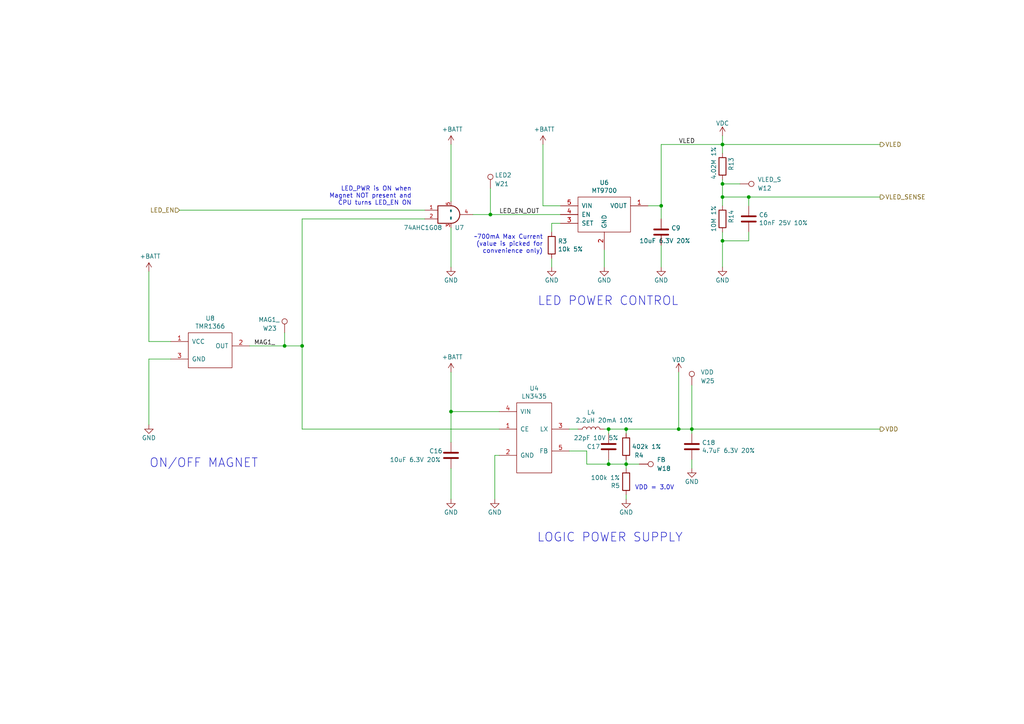
<source format=kicad_sch>
(kicad_sch (version 20211123) (generator eeschema)
  (paper "A4")
  (title_block (title "Pixels D6 Schematic, Main") (date "2022-08-26") (rev "3") (company "Systemic Games, LLC") (comment 1 "Power Regulation"))
  (lib_symbols
    (symbol "Device:C" (pin_numbers hide) (pin_names (offset 0.254))
      (property "Reference" "C" (at 0.635 2.54 0))
      (property "Value" "C" (at 0.635 -2.54 0))
      (symbol "C_0_1"
        (polyline (pts (xy -2.032 -0.762) (xy 2.032 -0.762)) (stroke (width 0.508)))
        (polyline (pts (xy -2.032 0.762) (xy 2.032 0.762)) (stroke (width 0.508)))
      )
      (symbol "C_1_1"
        (pin passive line (at 0 3.81 270) (length 2.794) (name "~") (number "1"))
        (pin passive line (at 0 -3.81 90) (length 2.794) (name "~") (number "2"))
      )
    )
    (symbol "Device:L" (pin_numbers hide) (pin_names (offset 1.016) hide)
      (property "Reference" "L" (at -1.27 0 90))
      (property "Value" "L" (at 1.905 0 90))
      (symbol "L_0_1"
        (arc (start 0 -2.54) (mid 0.635 -1.905) (end 0 -1.27))
        (arc (start 0 -1.27) (mid 0.635 -0.635) (end 0 0))
        (arc (start 0 0) (mid 0.635 0.635) (end 0 1.27))
        (arc (start 0 1.27) (mid 0.635 1.905) (end 0 2.54))
      )
      (symbol "L_1_1"
        (pin passive line (at 0 3.81 270) (length 1.27) (name "1") (number "1"))
        (pin passive line (at 0 -3.81 90) (length 1.27) (name "2") (number "2"))
      )
    )
    (symbol "Device:R" (pin_numbers hide) (pin_names (offset 0))
      (property "Reference" "R" (at 2.032 0 90))
      (property "Value" "R" (at 0 0 90))
      (symbol "R_0_1"
        (rectangle (start -1.016 -2.54) (end 1.016 2.54) (stroke (width 0.254)))
      )
      (symbol "R_1_1"
        (pin passive line (at 0 3.81 270) (length 1.27) (name "~") (number "1"))
        (pin passive line (at 0 -3.81 90) (length 1.27) (name "~") (number "2"))
      )
    )
    (symbol "Pixels-dice:74AHC1G08" (pin_names (offset 1.016))
      (property "Reference" "U" (at -2.54 3.81 0))
      (property "Value" "74AHC1G08" (at 0 -3.81 0))
      (symbol "74AHC1G08_0_1"
        (arc (start 0 -2.54) (mid 2.54 0) (end 0 2.54) (stroke (width 0.254)))
        (polyline (pts (xy 0 -2.54) (xy -3.81 -2.54) (xy -3.81 2.54) (xy 0 2.54)) (stroke (width 0.254)))
      )
      (symbol "74AHC1G08_1_1"
        (pin input line (at -7.62 1.27 0) (length 3.81) (name "~") (number "1"))
        (pin input line (at -7.62 -1.27 0) (length 3.81) (name "~") (number "2"))
        (pin power_in line (at 0 -3.81 90) (length 1.27) (name "GND") (number "3"))
        (pin output line (at 6.35 0 180) (length 3.81) (name "~") (number "4"))
        (pin power_in line (at 0 3.81 270) (length 1.27) (name "VCC") (number "5"))
      )
    )
    (symbol "Pixels-dice:LN3406" (pin_names (offset 1.016))
      (property "Reference" "U" (at 2.54 -11.43 0))
      (property "Value" "LN3406" (at -1.27 11.43 0))
      (symbol "LN3406_0_1"
        (rectangle (start -5.08 10.16) (end 5.08 -10.16))
      )
      (symbol "LN3406_1_1"
        (pin input line (at -10.16 2.54 0) (length 5.08) (name "CE") (number "1"))
        (pin power_in line (at -10.16 -5.08 0) (length 5.08) (name "GND") (number "2"))
        (pin power_out line (at 10.16 2.54 180) (length 5.08) (name "LX") (number "3"))
        (pin power_in line (at -10.16 7.62 0) (length 5.08) (name "VIN") (number "4"))
        (pin input line (at 10.16 -3.81 180) (length 5.08) (name "FB") (number "5"))
      )
    )
    (symbol "Pixels-dice:MT9700" (pin_names (offset 1.016))
      (property "Reference" "U" (at 6.35 -6.35 0))
      (property "Value" "MT9700" (at 0 6.35 0))
      (symbol "MT9700_0_1"
        (rectangle (start -7.62 5.08) (end 7.62 -5.08))
      )
      (symbol "MT9700_1_1"
        (pin power_out line (at 12.7 2.54 180) (length 5.08) (name "VOUT") (number "1"))
        (pin power_in line (at 0 -10.16 90) (length 5.08) (name "GND") (number "2"))
        (pin input line (at -12.7 -2.54 0) (length 5.08) (name "SET") (number "3"))
        (pin input line (at -12.7 0 0) (length 5.08) (name "EN") (number "4"))
        (pin power_in line (at -12.7 2.54 0) (length 5.08) (name "VIN") (number "5"))
      )
    )
    (symbol "Pixels-dice:TEST_1P-conn" (pin_numbers hide) (pin_names (offset 0.762) hide)
      (property "Reference" "W" (at 0 6.858 0))
      (property "Value" "TEST_1P-conn" (at 0 5.08 0))
      (symbol "TEST_1P-conn_0_1"
        (circle (center 0 3.302) (radius 0.762))
      )
      (symbol "TEST_1P-conn_1_1"
        (pin passive line (at 0 0 90) (length 2.54) (name "1") (number "1"))
      )
    )
    (symbol "Pixels-dice:TMR1366" (pin_names (offset 1.016))
      (property "Reference" "U" (at 3.81 -6.35 0))
      (property "Value" "TMR1366" (at 0 6.35 0))
      (symbol "TMR1366_1_1"
        (rectangle (start -6.35 5.08) (end 6.35 -5.08))
        (pin power_in line (at -11.43 2.54 0) (length 5.08) (name "VCC") (number "1"))
        (pin output line (at 11.43 1.27 180) (length 5.08) (name "OUT") (number "2"))
        (pin power_in line (at -11.43 -2.54 0) (length 5.08) (name "GND") (number "3"))
      )
    )
    (symbol "power:+BATT" (power) (pin_names (offset 0))
      (property "Value" "+BATT" (at 0 3.556 0))
      (symbol "+BATT_0_1"
        (polyline (pts (xy -0.762 1.27) (xy 0 2.54)))
        (polyline (pts (xy 0 0) (xy 0 2.54)))
        (polyline (pts (xy 0 2.54) (xy 0.762 1.27)))
      )
      (symbol "+BATT_1_1"
        (pin power_in line (at 0 0 90) (length 0) hide (name "+BATT") (number "1"))
      )
    )
    (symbol "power:GND" (power) (pin_names (offset 0))
      (property "Value" "GND" (at 0 -3.81 0))
      (symbol "GND_0_1"
        (polyline (pts (xy 0 0) (xy 0 -1.27) (xy 1.27 -1.27) (xy 0 -2.54) (xy -1.27 -1.27) (xy 0 -1.27)))
      )
      (symbol "GND_1_1"
        (pin power_in line (at 0 0 270) (length 0) hide (name "GND") (number "1"))
      )
    )
    (symbol "power:VDC" (power) (pin_names (offset 0))
      (property "Value" "VDC" (at 0 6.35 0))
      (symbol "VDC_0_1"
        (polyline (pts (xy -0.762 1.27) (xy 0 2.54)))
        (polyline (pts (xy 0 0) (xy 0 2.54)))
        (polyline (pts (xy 0 2.54) (xy 0.762 1.27)))
      )
      (symbol "VDC_1_1"
        (pin power_in line (at 0 0 90) (length 0) hide (name "VDC") (number "1"))
      )
    )
    (symbol "power:VDD" (power) (pin_names (offset 0))
      (property "Value" "VDD" (at 0 3.81 0))
      (symbol "VDD_0_1"
        (polyline (pts (xy -0.762 1.27) (xy 0 2.54)))
        (polyline (pts (xy 0 0) (xy 0 2.54)))
        (polyline (pts (xy 0 2.54) (xy 0.762 1.27)))
      )
      (symbol "VDD_1_1"
        (pin power_in line (at 0 0 90) (length 0) hide (name "VDD") (number "1"))
      )
    )
  )
  (junction (at 142.24 62.23))
  (junction (at 209.55 41.91))
  (junction (at 200.66 124.46))
  (junction (at 209.55 69.85))
  (junction (at 176.53 124.46))
  (junction (at 196.85 124.46))
  (junction (at 181.61 134.62))
  (junction (at 87.63 100.33))
  (junction (at 82.55 100.33))
  (junction (at 209.55 57.15))
  (junction (at 217.17 57.15))
  (junction (at 191.77 59.69))
  (junction (at 176.53 134.62))
  (junction (at 181.61 124.46))
  (junction (at 130.81 119.38))
  (junction (at 209.55 53.34))
  (wire (pts (xy 176.53 134.62) (xy 181.61 134.62)))
  (wire (pts (xy 170.18 130.81) (xy 170.18 134.62)))
  (wire (pts (xy 176.53 124.46) (xy 175.26 124.46)))
  (wire (pts (xy 165.1 130.81) (xy 170.18 130.81)))
  (wire (pts (xy 200.66 124.46) (xy 200.66 125.73)))
  (wire (pts (xy 181.61 124.46) (xy 176.53 124.46)))
  (wire (pts (xy 87.63 100.33) (xy 82.55 100.33)))
  (wire (pts (xy 43.18 78.74) (xy 43.18 99.06)))
  (wire (pts (xy 209.55 57.15) (xy 209.55 59.69)))
  (wire (pts (xy 49.53 104.14) (xy 43.18 104.14)))
  (wire (pts (xy 167.64 124.46) (xy 165.1 124.46)))
  (wire (pts (xy 176.53 125.73) (xy 176.53 124.46)))
  (wire (pts (xy 170.18 134.62) (xy 176.53 134.62)))
  (wire (pts (xy 217.17 69.85) (xy 209.55 69.85)))
  (wire (pts (xy 217.17 67.31) (xy 217.17 69.85)))
  (wire (pts (xy 209.55 52.07) (xy 209.55 53.34)))
  (wire (pts (xy 255.27 41.91) (xy 209.55 41.91)))
  (wire (pts (xy 175.26 72.39) (xy 175.26 77.47)))
  (wire (pts (xy 217.17 57.15) (xy 217.17 59.69)))
  (wire (pts (xy 181.61 134.62) (xy 185.42 134.62)))
  (wire (pts (xy 200.66 111.76) (xy 200.66 124.46)))
  (wire (pts (xy 52.07 60.96) (xy 123.19 60.96)))
  (wire (pts (xy 43.18 104.14) (xy 43.18 123.19)))
  (wire (pts (xy 176.53 134.62) (xy 176.53 133.35)))
  (wire (pts (xy 196.85 107.95) (xy 196.85 124.46)))
  (wire (pts (xy 200.66 124.46) (xy 255.27 124.46)))
  (wire (pts (xy 191.77 63.5) (xy 191.77 59.69)))
  (wire (pts (xy 209.55 69.85) (xy 209.55 77.47)))
  (wire (pts (xy 209.55 53.34) (xy 214.63 53.34)))
  (wire (pts (xy 209.55 41.91) (xy 191.77 41.91)))
  (wire (pts (xy 130.81 128.27) (xy 130.81 119.38)))
  (wire (pts (xy 162.56 59.69) (xy 157.48 59.69)))
  (wire (pts (xy 143.51 132.08) (xy 143.51 144.78)))
  (wire (pts (xy 87.63 63.5) (xy 87.63 100.33)))
  (wire (pts (xy 130.81 107.95) (xy 130.81 119.38)))
  (wire (pts (xy 130.81 66.04) (xy 130.81 77.47)))
  (wire (pts (xy 43.18 99.06) (xy 49.53 99.06)))
  (wire (pts (xy 143.51 132.08) (xy 144.78 132.08)))
  (wire (pts (xy 130.81 41.91) (xy 130.81 58.42)))
  (wire (pts (xy 142.24 62.23) (xy 162.56 62.23)))
  (wire (pts (xy 209.55 39.37) (xy 209.55 41.91)))
  (wire (pts (xy 162.56 64.77) (xy 160.02 64.77)))
  (wire (pts (xy 181.61 125.73) (xy 181.61 124.46)))
  (wire (pts (xy 160.02 74.93) (xy 160.02 77.47)))
  (wire (pts (xy 137.16 62.23) (xy 142.24 62.23)))
  (wire (pts (xy 87.63 124.46) (xy 144.78 124.46)))
  (wire (pts (xy 181.61 124.46) (xy 196.85 124.46)))
  (wire (pts (xy 82.55 100.33) (xy 72.39 100.33)))
  (wire (pts (xy 160.02 64.77) (xy 160.02 67.31)))
  (wire (pts (xy 209.55 41.91) (xy 209.55 44.45)))
  (wire (pts (xy 181.61 134.62) (xy 181.61 135.89)))
  (wire (pts (xy 209.55 53.34) (xy 209.55 57.15)))
  (wire (pts (xy 196.85 124.46) (xy 200.66 124.46)))
  (wire (pts (xy 187.96 59.69) (xy 191.77 59.69)))
  (wire (pts (xy 87.63 100.33) (xy 87.63 124.46)))
  (wire (pts (xy 157.48 41.91) (xy 157.48 59.69)))
  (wire (pts (xy 181.61 134.62) (xy 181.61 133.35)))
  (wire (pts (xy 209.55 57.15) (xy 217.17 57.15)))
  (wire (pts (xy 200.66 133.35) (xy 200.66 135.89)))
  (wire (pts (xy 142.24 54.61) (xy 142.24 62.23)))
  (wire (pts (xy 130.81 119.38) (xy 144.78 119.38)))
  (wire (pts (xy 191.77 41.91) (xy 191.77 59.69)))
  (wire (pts (xy 82.55 96.52) (xy 82.55 100.33)))
  (wire (pts (xy 209.55 67.31) (xy 209.55 69.85)))
  (wire (pts (xy 87.63 63.5) (xy 123.19 63.5)))
  (wire (pts (xy 191.77 71.12) (xy 191.77 77.47)))
  (wire (pts (xy 130.81 135.89) (xy 130.81 144.78)))
  (wire (pts (xy 181.61 143.51) (xy 181.61 144.78)))
  (wire (pts (xy 217.17 57.15) (xy 255.27 57.15)))
  (text "LOGIC POWER SUPPLY" (at 198.12 157.48 180) (effects (font (size 2.54 2.54)) (justify right bottom)))
  (text "ON/OFF MAGNET" (at 74.93 135.89 180) (effects (font (size 2.54 2.54)) (justify right bottom)))
  (text "LED_PWR is ON when\nMagnet NOT present and\nCPU turns LED_EN ON" (at 119.38 59.69 0) (effects (font (size 1.27 1.27)) (justify right bottom)))
  (text "LED POWER CONTROL" (at 196.85 88.9 180) (effects (font (size 2.54 2.54)) (justify right bottom)))
  (text "VDD = 3.0V" (at 195.58 142.24 180) (effects (font (size 1.27 1.27)) (justify right bottom)))
  (text "~700mA Max Current\n(value is picked for\nconvenience only)" (at 157.48 73.66 0) (effects (font (size 1.27 1.27)) (justify right bottom)))
  (label "MAG1_" (at 73.66 100.33 0))
  (label "VLED" (at 196.85 41.91 0))
  (label "LED_EN_OUT" (at 144.78 62.23 0))
  (hierarchical_label "LED_EN" (shape input) (at 52.07 60.96 180))
  (hierarchical_label "VDD" (shape output) (at 255.27 124.46 0))
  (hierarchical_label "VLED_SENSE" (shape output) (at 255.27 57.15 0))
  (hierarchical_label "VLED" (shape output) (at 255.27 41.91 0))
  (symbol (lib_id "Pixels-dice:TEST_1P-conn") (at 185.42 134.62 270) (unit 1)
    (property "Reference" "W18" (at 190.5 135.89 90) (effects (justify left)))
    (property "Value" "FB" (at 190.5 133.35 90) (effects (justify left)))
    (property "Footprint" "Pixels-dice:TEST_PIN" (effects hide))
    (property "Generic OK" "N/A" (effects hide))
  )
  (symbol (lib_id "Pixels-dice:TEST_1P-conn") (at 142.24 54.61 0) (unit 1)
    (property "Reference" "W21" (at 143.51 53.34 0) (effects (justify left)))
    (property "Value" "LED2" (at 143.51 50.8 0) (effects (justify left)))
    (property "Footprint" "Pixels-dice:TEST_PIN" (effects hide))
    (property "Generic OK" "N/A" (effects hide))
  )
  (symbol (lib_id "power:+BATT") (at 157.48 41.91 0) (unit 1)
    (property "Reference" "#PWR033" (effects hide))
    (property "Value" "+BATT" (at 157.861 37.5158 0))
  )
  (symbol (lib_id "Device:L") (at 171.45 124.46 90) (unit 1)
    (property "Reference" "L4" (at 171.45 119.634 90))
    (property "Value" "2.2uH 20mA 10%" (at 175.26 121.92 90))
    (property "Footprint" "Inductor_SMD:L_0805_2012Metric" (effects hide))
    (property "Generic OK" "YES" (effects hide))
    (property "Pixels Part Number" "SMD-L004" (effects hide))
    (property "Manufacturer" "Murata" (effects hide))
    (property "Manufacturer Part Number" "LQM21PN2R2MC0" (effects hide))
  )
  (symbol (lib_id "Device:C") (at 200.66 129.54 0) (unit 1)
    (property "Reference" "C18" (at 203.581 128.3716 0) (effects (justify left)))
    (property "Value" "4.7uF 6.3V 20%" (at 203.581 130.683 0) (effects (justify left)))
    (property "Footprint" "Capacitor_SMD:C_0402_1005Metric" (effects hide))
    (property "Generic OK" "YES" (effects hide))
    (property "Pixels Part Number" "SMD-C002" (effects hide))
    (property "Manufacturer" "Murata" (effects hide))
    (property "Manufacturer Part Number" "GRM155R60J475ME87D" (effects hide))
  )
  (symbol (lib_id "power:GND") (at 200.66 135.89 0) (unit 1)
    (property "Reference" "#PWR028" (effects hide))
    (property "Value" "GND" (at 200.66 139.7 0))
  )
  (symbol (lib_id "power:GND") (at 130.81 144.78 0) (unit 1)
    (property "Reference" "#PWR029" (effects hide))
    (property "Value" "GND" (at 130.81 148.59 0))
  )
  (symbol (lib_id "Pixels-dice:LN3406") (at 154.94 127 0) (unit 1)
    (property "Reference" "U4" (at 154.94 112.649 0))
    (property "Value" "LN3435" (at 154.94 114.9604 0))
    (property "Footprint" "Pixels-dice:SOT-23-5" (effects hide))
    (property "Generic OK" "NO" (effects hide))
    (property "Manufacturer" "NATLINEAR" (effects hide))
    (property "Manufacturer Part Number" "LN3435" (effects hide))
    (property "Pixels Part Number" "SMD-U004-ALT1" (effects hide))
  )
  (symbol (lib_id "power:GND") (at 175.26 77.47 0) (unit 1)
    (property "Reference" "#PWR038" (effects hide))
    (property "Value" "GND" (at 175.26 81.28 0))
  )
  (symbol (lib_id "Device:C") (at 176.53 129.54 0) (unit 1)
    (property "Reference" "C17" (at 170.18 129.54 0) (effects (justify left)))
    (property "Value" "22pF 10V 5%" (at 166.37 127 0) (effects (justify left)))
    (property "Footprint" "Capacitor_SMD:C_0402_1005Metric" (effects hide))
    (property "Generic OK" "YES" (effects hide))
    (property "Pixels Part Number" "SMD-C007" (effects hide))
    (property "Manufacturer" "Murata" (effects hide))
    (property "Manufacturer Part Number" "GCM1555C1H220JA16J" (effects hide))
  )
  (symbol (lib_id "Device:R") (at 181.61 139.7 180) (unit 1)
    (property "Reference" "R5" (at 179.832 140.8684 0) (effects (justify left)))
    (property "Value" "100k 1%" (at 179.832 138.557 0) (effects (justify left)))
    (property "Footprint" "Resistor_SMD:R_0402_1005Metric" (effects hide))
    (property "Generic OK" "YES" (effects hide))
    (property "Pixels Part Number" "SMD-R006" (effects hide))
    (property "Manufacturer" "UNI-ROYAL(Uniroyal Elec)" (effects hide))
    (property "Manufacturer Part Number" "0402WGF1003TCE" (effects hide))
  )
  (symbol (lib_id "Device:R") (at 181.61 129.54 180) (unit 1)
    (property "Reference" "R4" (at 186.69 132.08 0) (effects (justify left)))
    (property "Value" "402k 1%" (at 191.77 129.54 0) (effects (justify left)))
    (property "Footprint" "Resistor_SMD:R_0402_1005Metric" (effects hide))
    (property "Generic OK" "YES" (effects hide))
    (property "Pixels Part Number" "SMD-R001" (effects hide))
    (property "Manufacturer" "UNI-ROYAL(Uniroyal Elec)" (effects hide))
    (property "Manufacturer Part Number" "0402WGF4023TCE" (effects hide))
  )
  (symbol (lib_id "power:GND") (at 181.61 144.78 0) (unit 1)
    (property "Reference" "#PWR030" (effects hide))
    (property "Value" "GND" (at 181.61 148.59 0))
  )
  (symbol (lib_id "power:GND") (at 43.18 123.19 0) (unit 1)
    (property "Reference" "#PWR039" (effects hide))
    (property "Value" "GND" (at 43.18 127 0))
  )
  (symbol (lib_id "Device:C") (at 130.81 132.08 0) (unit 1)
    (property "Reference" "C16" (at 124.46 130.81 0) (effects (justify left)))
    (property "Value" "10uF 6.3V 20%" (at 113.03 133.35 0) (effects (justify left)))
    (property "Footprint" "Pixels-dice:C_0402_1005Metric" (effects hide))
    (property "Generic OK" "YES" (effects hide))
    (property "Pixels Part Number" "SMD-C002" (effects hide))
    (property "Manufacturer" "Murata" (effects hide))
    (property "Manufacturer Part Number" "GRM155R60J106ME05J" (effects hide))
  )
  (symbol (lib_id "power:+BATT") (at 130.81 107.95 0) (unit 1)
    (property "Reference" "#PWR025" (effects hide))
    (property "Value" "+BATT" (at 131.191 103.5558 0))
  )
  (symbol (lib_id "power:+BATT") (at 43.18 78.74 0) (unit 1)
    (property "Reference" "#PWR036" (effects hide))
    (property "Value" "+BATT" (at 43.561 74.3458 0))
  )
  (symbol (lib_id "Pixels-dice:TEST_1P-conn") (at 82.55 96.52 0) (unit 1)
    (property "Reference" "W23" (at 76.2 95.25 0) (effects (justify left)))
    (property "Value" "MAG1_" (at 74.93 92.71 0) (effects (justify left)))
    (property "Footprint" "Pixels-dice:TEST_PIN" (effects hide))
    (property "Generic OK" "N/A" (effects hide))
  )
  (symbol (lib_id "Pixels-dice:74AHC1G08") (at 130.81 62.23 0) (unit 1)
    (property "Reference" "U7" (at 134.62 66.04 0) (effects (justify right)))
    (property "Value" "74AHC1G08" (at 128.27 66.04 0) (effects (justify right)))
    (property "Footprint" "Pixels-dice:SOT-353_SC-70-5" (effects hide))
    (property "Datasheet" "http://www.ti.com/lit/sg/scyt129e/scyt129e.pdf" (effects hide))
    (property "Generic OK" "YES" (effects hide))
    (property "Manufacturer" "Texas Instruments" (effects hide))
    (property "Manufacturer Part Number" "SN74AHC1G08DCKR" (effects hide))
    (property "Pixels Part Number" "SMD-U007" (effects hide))
  )
  (symbol (lib_id "power:+BATT") (at 130.81 41.91 0) (unit 1)
    (property "Reference" "#PWR020" (effects hide))
    (property "Value" "+BATT" (at 131.191 37.5158 0))
  )
  (symbol (lib_id "power:GND") (at 130.81 77.47 0) (unit 1)
    (property "Reference" "#PWR034" (effects hide))
    (property "Value" "GND" (at 130.81 81.28 0))
  )
  (symbol (lib_id "Pixels-dice:TEST_1P-conn") (at 200.66 111.76 0) (unit 1)
    (property "Reference" "W25" (at 203.2 110.49 0) (effects (justify left)))
    (property "Value" "VDD" (at 203.2 107.95 0) (effects (justify left)))
    (property "Footprint" "Pixels-dice:TEST_PIN" (effects hide))
    (property "Generic OK" "N/A" (effects hide))
  )
  (symbol (lib_id "Device:R") (at 209.55 48.26 0) (unit 1)
    (property "Reference" "R13" (at 212.09 49.53 90) (effects (justify left)))
    (property "Value" "4.02M 1%" (at 207.01 52.07 90) (effects (justify left)))
    (property "Footprint" "Resistor_SMD:R_0402_1005Metric" (effects hide))
    (property "Generic OK" "YES" (effects hide))
    (property "Pixels Part Number" "SMD-R003" (effects hide))
    (property "Manufacturer" "UNI-ROYAL(Uniroyal Elec)" (effects hide))
    (property "Manufacturer Part Number" "0402WGF4024TCE" (effects hide))
  )
  (symbol (lib_id "Device:R") (at 209.55 63.5 0) (unit 1)
    (property "Reference" "R14" (at 212.09 64.77 90) (effects (justify left)))
    (property "Value" "10M 1%" (at 207.01 67.31 90) (effects (justify left)))
    (property "Footprint" "Resistor_SMD:R_0402_1005Metric" (effects hide))
    (property "Generic OK" "YES" (effects hide))
    (property "Pixels Part Number" "SMD-R004" (effects hide))
    (property "Manufacturer" "UNI-ROYAL(Uniroyal Elec)" (effects hide))
    (property "Manufacturer Part Number" "0402WGF1005TCE" (effects hide))
  )
  (symbol (lib_id "Device:C") (at 217.17 63.5 0) (unit 1)
    (property "Reference" "C6" (at 220.091 62.3316 0) (effects (justify left)))
    (property "Value" "10nF 25V 10%" (at 220.091 64.643 0) (effects (justify left)))
    (property "Footprint" "Capacitor_SMD:C_0402_1005Metric" (effects hide))
    (property "Generic OK" "YES" (effects hide))
    (property "Pixels Part Number" "SMD-C009" (effects hide))
    (property "Manufacturer" "Murata" (effects hide))
    (property "Manufacturer Part Number" "GRM155R71H103KA88" (effects hide))
  )
  (symbol (lib_id "power:GND") (at 209.55 77.47 0) (unit 1)
    (property "Reference" "#PWR079" (effects hide))
    (property "Value" "GND" (at 209.55 81.28 0))
  )
  (symbol (lib_id "Pixels-dice:TEST_1P-conn") (at 214.63 53.34 270) (unit 1)
    (property "Reference" "W12" (at 219.71 54.61 90) (effects (justify left)))
    (property "Value" "VLED_S" (at 219.71 52.07 90) (effects (justify left)))
    (property "Footprint" "Pixels-dice:TEST_PIN" (effects hide))
    (property "Generic OK" "N/A" (effects hide))
  )
  (symbol (lib_id "Pixels-dice:TMR1366") (at 60.96 101.6 0) (unit 1)
    (property "Reference" "U8" (at 60.96 92.329 0))
    (property "Value" "TMR1366" (at 60.96 94.6404 0))
    (property "Footprint" "Package_TO_SOT_SMD:SOT-23" (effects hide))
    (property "Generic OK" "NO" (effects hide))
    (property "Manufacturer" "Multi Dimension" (effects hide))
    (property "Manufacturer Part Number" "TMR1366S" (effects hide))
    (property "Pixels Part Number" "SMD-U008-ALT8" (effects hide))
  )
  (symbol (lib_id "Device:C") (at 191.77 67.31 0) (unit 1)
    (property "Reference" "C9" (at 194.691 66.1416 0) (effects (justify left)))
    (property "Value" "10uF 6.3V 20%" (at 185.42 69.85 0) (effects (justify left)))
    (property "Footprint" "Pixels-dice:C_0402_1005Metric" (effects hide))
    (property "Generic OK" "YES" (effects hide))
    (property "Pixels Part Number" "SMD-C002" (effects hide))
    (property "Manufacturer" "Murata" (effects hide))
    (property "Manufacturer Part Number" "GRM155R60J106ME05J" (effects hide))
  )
  (symbol (lib_id "power:GND") (at 191.77 77.47 0) (unit 1)
    (property "Reference" "#PWR0142" (effects hide))
    (property "Value" "GND" (at 191.77 81.28 0))
  )
  (symbol (lib_id "Pixels-dice:MT9700") (at 175.26 62.23 0) (unit 1)
    (property "Reference" "U6" (at 175.26 52.959 0))
    (property "Value" "MT9700" (at 175.26 55.2704 0))
    (property "Footprint" "Pixels-dice:SOT-23-5" (effects hide))
    (property "Manufacturer" "XI'AN Aerosemi Tech" (effects hide))
    (property "Manufacturer Part Number" "MT9700" (effects hide))
    (property "Pixels Part Number" "SMD-U006-ALT2" (effects hide))
    (property "Generic OK" "NO" (effects hide))
  )
  (symbol (lib_id "Device:R") (at 160.02 71.12 0) (unit 1)
    (property "Reference" "R3" (at 161.798 69.9516 0) (effects (justify left)))
    (property "Value" "10k 5%" (at 161.798 72.263 0) (effects (justify left)))
    (property "Footprint" "Resistor_SMD:R_0402_1005Metric" (effects hide))
    (property "Generic OK" "YES" (effects hide))
    (property "Manufacturer" "UNI-ROYAL(Uniroyal Elec)" (effects hide))
    (property "Manufacturer Part Number" "0402WGJ0103TCE" (effects hide))
    (property "Pixels Part Number" "SMD-R002" (effects hide))
  )
  (symbol (lib_id "power:GND") (at 160.02 77.47 0) (unit 1)
    (property "Reference" "#PWR0101" (effects hide))
    (property "Value" "GND" (at 160.02 81.28 0))
  )
  (symbol (lib_id "power:VDC") (at 209.55 39.37 0) (unit 1)
    (property "Reference" "#PWR026" (effects hide))
    (property "Value" "VDC" (at 209.55 35.7655 0))
  )
  (symbol (lib_id "power:GND") (at 143.51 144.78 0) (unit 1)
    (property "Reference" "#PWR031" (effects hide))
    (property "Value" "GND" (at 143.51 148.59 0))
  )
  (symbol (lib_id "power:VDD") (at 196.85 107.95 0) (unit 1)
    (property "Reference" "#PWR027" (effects hide))
    (property "Value" "VDD" (at 196.85 104.3455 0))
  )
)
</source>
